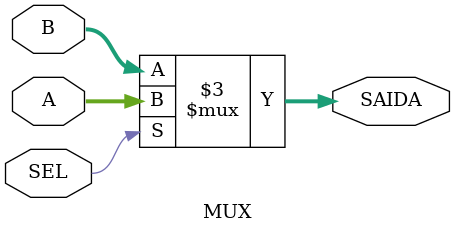
<source format=sv>
module MUX(
  input logic [3:0] A, B,
  input logic SEL,
  output logic [3:0] SAIDA
);
  always_comb
    /* Esse Case olha o estado do SEL, passando A ou B;
    */
    if(SEL)
      SAIDA <= A;
    else
      SAIDA <= B;
        
endmodule
</source>
